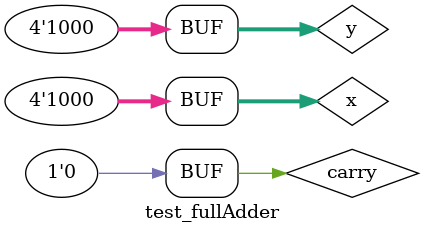
<source format=v>

module fullAdder (output [16:0]s, input [3:0]a, input [3:0]b, input carryIn); 


xor X1(s[0],a[0],b[0]);
xor X2(s[1],a[1],b[1]);
xor X3(s[2],a[2],b[2]);
xor X4(s[3],a[3],b[3]);

and A1(s[7],a[0],b[0]);
and A2(s[6],a[1],b[1]);
and A3(s[5],a[2],b[2]);
and A4(s[4],a[3],b[3]);

xor X4(s[11],s[0],carryIn);
xor X5(s[10],s[1],carryIn);
xor X6(s[9],s[2],carryIn);
xor X7(s[8],s[3],carryIn);

and A5(s[15],s[0],carryIn);
and A6(s[14],s[1],carryIn);
and A7(s[13],s[2],carryIn);
and A8(s[12],s[3],carryIn);

or  O1(s[16],s[7],s[6],s[5],s[4],s[15],s[14],s[13],s[12]);


endmodule // fullAdder 
module test_fullAdder; 
// ------------------------- definir dados 
reg [3:0]x; 
reg  [3:0]y; 
reg carry; 
wire [16:0] soma; 


fullAdder full(soma,x,y,carry);
// ------------------------- parte principal 
initial begin 
$display("Exemplo0021 - Fernando Silva - 414506"); 
$display("Test ALU's full adder"); 
$display("x  +  y  = carry_on resultado");
#1 x=4'b0000; y=4'b0000; carry=1'b0;
$monitor("%3b + %3b = %1b ", x,y,soma[16],soma[8],soma[9],soma[10],soma[11]);    //soma[11:8]>>carry out,soma[16]>>saida
#1 x=4'b1010; y=4'b1101; carry=1'b0;
#1 x=4'b0001; y=4'b1000; carry=1'b0;
#1 x=4'b1000; y=4'b1000; carry=1'b0;


// projetar testes do somador complete 
end 
endmodule // test_fullAdder 
</source>
